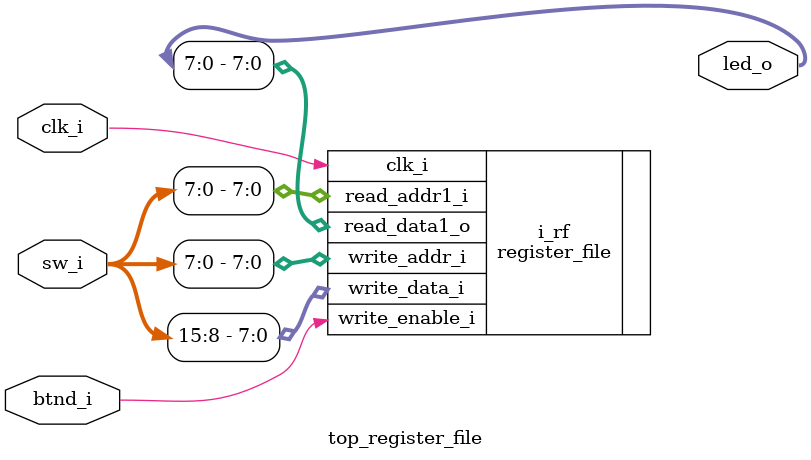
<source format=sv>
module top_register_file (
    input  logic clk_i,
    input  logic btnd_i,
    input  logic [15:0] sw_i,
    output logic [15:0] led_o
);

  register_file i_rf
  (
    .clk_i          ( clk_i        ),
    .write_enable_i ( btnd_i       ),
    .read_addr1_i   ( sw_i  [ 7:0] ),
    .read_data1_o   ( led_o [ 7:0] ),
    .write_addr_i   ( sw_i  [ 7:0] ),
    .write_data_i   ( sw_i  [15:8] )
  );

endmodule

</source>
